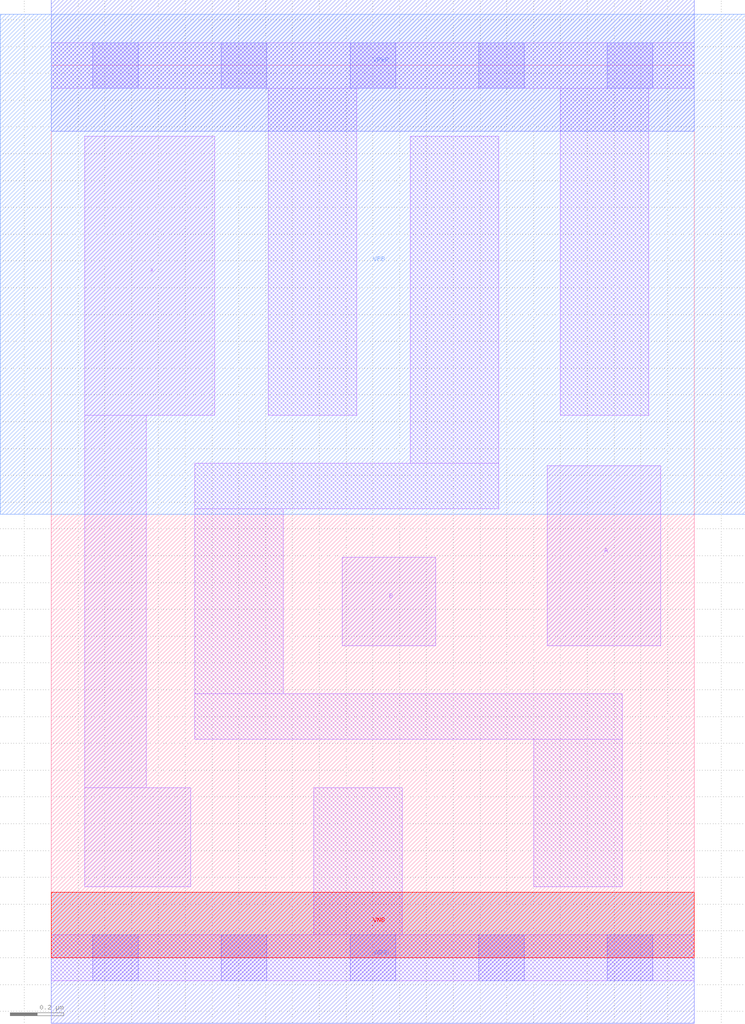
<source format=lef>
# Copyright 2020 The SkyWater PDK Authors
#
# Licensed under the Apache License, Version 2.0 (the "License");
# you may not use this file except in compliance with the License.
# You may obtain a copy of the License at
#
#     https://www.apache.org/licenses/LICENSE-2.0
#
# Unless required by applicable law or agreed to in writing, software
# distributed under the License is distributed on an "AS IS" BASIS,
# WITHOUT WARRANTIES OR CONDITIONS OF ANY KIND, either express or implied.
# See the License for the specific language governing permissions and
# limitations under the License.
#
# SPDX-License-Identifier: Apache-2.0

VERSION 5.7 ;
  NOWIREEXTENSIONATPIN ON ;
  DIVIDERCHAR "/" ;
  BUSBITCHARS "[]" ;
MACRO sky130_fd_sc_lp__and2_lp2
  CLASS CORE ;
  FOREIGN sky130_fd_sc_lp__and2_lp2 ;
  ORIGIN  0.000000  0.000000 ;
  SIZE  2.400000 BY  3.330000 ;
  SYMMETRY X Y R90 ;
  SITE unit ;
  PIN A
    ANTENNAGATEAREA  0.313000 ;
    DIRECTION INPUT ;
    USE SIGNAL ;
    PORT
      LAYER li1 ;
        RECT 1.850000 1.165000 2.275000 1.835000 ;
    END
  END A
  PIN B
    ANTENNAGATEAREA  0.313000 ;
    DIRECTION INPUT ;
    USE SIGNAL ;
    PORT
      LAYER li1 ;
        RECT 1.085000 1.165000 1.435000 1.495000 ;
    END
  END B
  PIN X
    ANTENNADIFFAREA  0.404700 ;
    DIRECTION OUTPUT ;
    USE SIGNAL ;
    PORT
      LAYER li1 ;
        RECT 0.125000 0.265000 0.520000 0.635000 ;
        RECT 0.125000 0.635000 0.355000 2.025000 ;
        RECT 0.125000 2.025000 0.610000 3.065000 ;
    END
  END X
  PIN VGND
    DIRECTION INOUT ;
    USE GROUND ;
    PORT
      LAYER met1 ;
        RECT 0.000000 -0.245000 2.400000 0.245000 ;
    END
  END VGND
  PIN VNB
    DIRECTION INOUT ;
    USE GROUND ;
    PORT
      LAYER pwell ;
        RECT 0.000000 0.000000 2.400000 0.245000 ;
    END
  END VNB
  PIN VPB
    DIRECTION INOUT ;
    USE POWER ;
    PORT
      LAYER nwell ;
        RECT -0.190000 1.655000 2.590000 3.520000 ;
    END
  END VPB
  PIN VPWR
    DIRECTION INOUT ;
    USE POWER ;
    PORT
      LAYER met1 ;
        RECT 0.000000 3.085000 2.400000 3.575000 ;
    END
  END VPWR
  OBS
    LAYER li1 ;
      RECT 0.000000 -0.085000 2.400000 0.085000 ;
      RECT 0.000000  3.245000 2.400000 3.415000 ;
      RECT 0.535000  0.815000 2.130000 0.985000 ;
      RECT 0.535000  0.985000 0.865000 1.675000 ;
      RECT 0.535000  1.675000 1.670000 1.845000 ;
      RECT 0.810000  2.025000 1.140000 3.245000 ;
      RECT 0.980000  0.085000 1.310000 0.635000 ;
      RECT 1.340000  1.845000 1.670000 3.065000 ;
      RECT 1.800000  0.265000 2.130000 0.815000 ;
      RECT 1.900000  2.025000 2.230000 3.245000 ;
    LAYER mcon ;
      RECT 0.155000 -0.085000 0.325000 0.085000 ;
      RECT 0.155000  3.245000 0.325000 3.415000 ;
      RECT 0.635000 -0.085000 0.805000 0.085000 ;
      RECT 0.635000  3.245000 0.805000 3.415000 ;
      RECT 1.115000 -0.085000 1.285000 0.085000 ;
      RECT 1.115000  3.245000 1.285000 3.415000 ;
      RECT 1.595000 -0.085000 1.765000 0.085000 ;
      RECT 1.595000  3.245000 1.765000 3.415000 ;
      RECT 2.075000 -0.085000 2.245000 0.085000 ;
      RECT 2.075000  3.245000 2.245000 3.415000 ;
  END
END sky130_fd_sc_lp__and2_lp2
END LIBRARY

</source>
